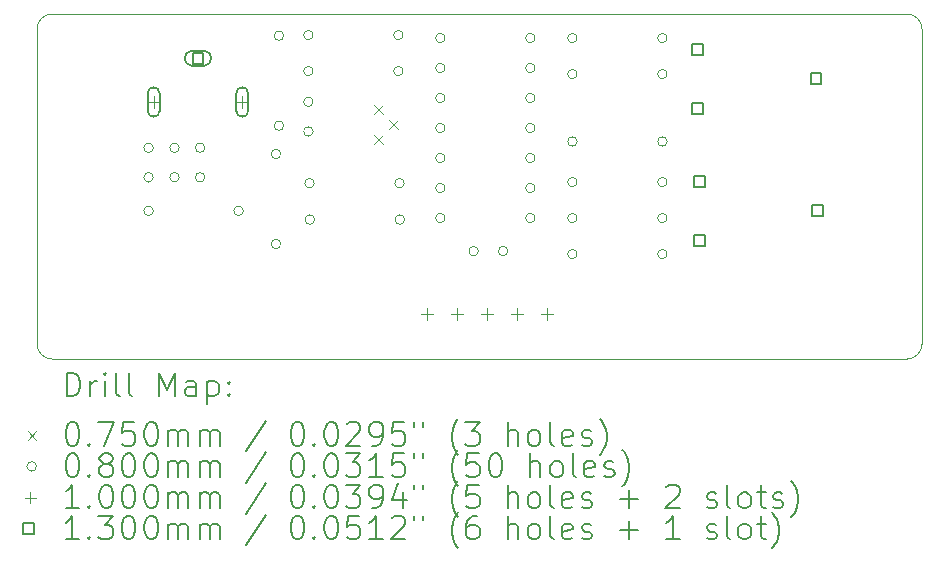
<source format=gbr>
%TF.GenerationSoftware,KiCad,Pcbnew,(6.0.10)*%
%TF.CreationDate,2023-02-28T00:07:08+13:00*%
%TF.ProjectId,video,76696465-6f2e-46b6-9963-61645f706362,rev?*%
%TF.SameCoordinates,Original*%
%TF.FileFunction,Drillmap*%
%TF.FilePolarity,Positive*%
%FSLAX45Y45*%
G04 Gerber Fmt 4.5, Leading zero omitted, Abs format (unit mm)*
G04 Created by KiCad (PCBNEW (6.0.10)) date 2023-02-28 00:07:08*
%MOMM*%
%LPD*%
G01*
G04 APERTURE LIST*
%ADD10C,0.100000*%
%ADD11C,0.200000*%
%ADD12C,0.075000*%
%ADD13C,0.080000*%
%ADD14C,0.130000*%
G04 APERTURE END LIST*
D10*
X4699000Y-10922000D02*
G75*
G03*
X4826000Y-11049000I127000J0D01*
G01*
X4826000Y-8128000D02*
G75*
G03*
X4699000Y-8255000I0J-127000D01*
G01*
X12192000Y-8255000D02*
X12192000Y-10922000D01*
X12192000Y-8255000D02*
G75*
G03*
X12065000Y-8128000I-127000J0D01*
G01*
X12065000Y-11049000D02*
G75*
G03*
X12192000Y-10922000I0J127000D01*
G01*
X4826000Y-8128000D02*
X12065000Y-8128000D01*
X4699000Y-10922000D02*
X4699000Y-8255000D01*
X12065000Y-11049000D02*
X4826000Y-11049000D01*
D11*
D12*
X7554280Y-8900800D02*
X7629280Y-8975800D01*
X7629280Y-8900800D02*
X7554280Y-8975800D01*
X7554280Y-9154800D02*
X7629280Y-9229800D01*
X7629280Y-9154800D02*
X7554280Y-9229800D01*
X7681280Y-9028800D02*
X7756280Y-9103800D01*
X7756280Y-9028800D02*
X7681280Y-9103800D01*
D13*
X5683880Y-9260840D02*
G75*
G03*
X5683880Y-9260840I-40000J0D01*
G01*
X5683880Y-9510840D02*
G75*
G03*
X5683880Y-9510840I-40000J0D01*
G01*
X5683880Y-9794240D02*
G75*
G03*
X5683880Y-9794240I-40000J0D01*
G01*
X5903680Y-9260140D02*
G75*
G03*
X5903680Y-9260140I-40000J0D01*
G01*
X5903680Y-9510140D02*
G75*
G03*
X5903680Y-9510140I-40000J0D01*
G01*
X6119580Y-9260140D02*
G75*
G03*
X6119580Y-9260140I-40000J0D01*
G01*
X6119580Y-9510140D02*
G75*
G03*
X6119580Y-9510140I-40000J0D01*
G01*
X6445880Y-9794240D02*
G75*
G03*
X6445880Y-9794240I-40000J0D01*
G01*
X6762380Y-9312140D02*
G75*
G03*
X6762380Y-9312140I-40000J0D01*
G01*
X6762380Y-10074140D02*
G75*
G03*
X6762380Y-10074140I-40000J0D01*
G01*
X6787780Y-8311380D02*
G75*
G03*
X6787780Y-8311380I-40000J0D01*
G01*
X6787780Y-9073380D02*
G75*
G03*
X6787780Y-9073380I-40000J0D01*
G01*
X7036700Y-8306300D02*
G75*
G03*
X7036700Y-8306300I-40000J0D01*
G01*
X7036700Y-8611100D02*
G75*
G03*
X7036700Y-8611100I-40000J0D01*
G01*
X7036700Y-8872180D02*
G75*
G03*
X7036700Y-8872180I-40000J0D01*
G01*
X7036700Y-9122180D02*
G75*
G03*
X7036700Y-9122180I-40000J0D01*
G01*
X7046860Y-9561060D02*
G75*
G03*
X7046860Y-9561060I-40000J0D01*
G01*
X7049400Y-9868400D02*
G75*
G03*
X7049400Y-9868400I-40000J0D01*
G01*
X7798700Y-8306300D02*
G75*
G03*
X7798700Y-8306300I-40000J0D01*
G01*
X7798700Y-8611100D02*
G75*
G03*
X7798700Y-8611100I-40000J0D01*
G01*
X7808860Y-9561060D02*
G75*
G03*
X7808860Y-9561060I-40000J0D01*
G01*
X7811400Y-9868400D02*
G75*
G03*
X7811400Y-9868400I-40000J0D01*
G01*
X8155300Y-8331200D02*
G75*
G03*
X8155300Y-8331200I-40000J0D01*
G01*
X8155300Y-8585200D02*
G75*
G03*
X8155300Y-8585200I-40000J0D01*
G01*
X8155300Y-8839200D02*
G75*
G03*
X8155300Y-8839200I-40000J0D01*
G01*
X8155300Y-9093200D02*
G75*
G03*
X8155300Y-9093200I-40000J0D01*
G01*
X8155300Y-9347200D02*
G75*
G03*
X8155300Y-9347200I-40000J0D01*
G01*
X8155300Y-9601200D02*
G75*
G03*
X8155300Y-9601200I-40000J0D01*
G01*
X8155300Y-9855200D02*
G75*
G03*
X8155300Y-9855200I-40000J0D01*
G01*
X8435700Y-10135100D02*
G75*
G03*
X8435700Y-10135100I-40000J0D01*
G01*
X8685700Y-10135100D02*
G75*
G03*
X8685700Y-10135100I-40000J0D01*
G01*
X8917300Y-8331200D02*
G75*
G03*
X8917300Y-8331200I-40000J0D01*
G01*
X8917300Y-8585200D02*
G75*
G03*
X8917300Y-8585200I-40000J0D01*
G01*
X8917300Y-8839200D02*
G75*
G03*
X8917300Y-8839200I-40000J0D01*
G01*
X8917300Y-9093200D02*
G75*
G03*
X8917300Y-9093200I-40000J0D01*
G01*
X8917300Y-9347200D02*
G75*
G03*
X8917300Y-9347200I-40000J0D01*
G01*
X8917300Y-9601200D02*
G75*
G03*
X8917300Y-9601200I-40000J0D01*
G01*
X8917300Y-9855200D02*
G75*
G03*
X8917300Y-9855200I-40000J0D01*
G01*
X9271900Y-8331700D02*
G75*
G03*
X9271900Y-8331700I-40000J0D01*
G01*
X9271900Y-8636500D02*
G75*
G03*
X9271900Y-8636500I-40000J0D01*
G01*
X9271900Y-9208000D02*
G75*
G03*
X9271900Y-9208000I-40000J0D01*
G01*
X9271900Y-9550900D02*
G75*
G03*
X9271900Y-9550900I-40000J0D01*
G01*
X9271900Y-9855700D02*
G75*
G03*
X9271900Y-9855700I-40000J0D01*
G01*
X9271900Y-10160500D02*
G75*
G03*
X9271900Y-10160500I-40000J0D01*
G01*
X10033900Y-8331700D02*
G75*
G03*
X10033900Y-8331700I-40000J0D01*
G01*
X10033900Y-8636500D02*
G75*
G03*
X10033900Y-8636500I-40000J0D01*
G01*
X10033900Y-9208000D02*
G75*
G03*
X10033900Y-9208000I-40000J0D01*
G01*
X10033900Y-9550900D02*
G75*
G03*
X10033900Y-9550900I-40000J0D01*
G01*
X10033900Y-9855700D02*
G75*
G03*
X10033900Y-9855700I-40000J0D01*
G01*
X10033900Y-10160500D02*
G75*
G03*
X10033900Y-10160500I-40000J0D01*
G01*
D10*
X5687250Y-8823000D02*
X5687250Y-8923000D01*
X5637250Y-8873000D02*
X5737250Y-8873000D01*
D11*
X5737250Y-8948000D02*
X5737250Y-8798000D01*
X5637250Y-8948000D02*
X5637250Y-8798000D01*
X5737250Y-8798000D02*
G75*
G03*
X5637250Y-8798000I-50000J0D01*
G01*
X5637250Y-8948000D02*
G75*
G03*
X5737250Y-8948000I50000J0D01*
G01*
D10*
X6437250Y-8823000D02*
X6437250Y-8923000D01*
X6387250Y-8873000D02*
X6487250Y-8873000D01*
D11*
X6487250Y-8948000D02*
X6487250Y-8798000D01*
X6387250Y-8948000D02*
X6387250Y-8798000D01*
X6487250Y-8798000D02*
G75*
G03*
X6387250Y-8798000I-50000J0D01*
G01*
X6387250Y-8948000D02*
G75*
G03*
X6487250Y-8948000I50000J0D01*
G01*
D10*
X8001000Y-10618000D02*
X8001000Y-10718000D01*
X7951000Y-10668000D02*
X8051000Y-10668000D01*
X8255000Y-10618000D02*
X8255000Y-10718000D01*
X8205000Y-10668000D02*
X8305000Y-10668000D01*
X8509000Y-10618000D02*
X8509000Y-10718000D01*
X8459000Y-10668000D02*
X8559000Y-10668000D01*
X8763000Y-10618000D02*
X8763000Y-10718000D01*
X8713000Y-10668000D02*
X8813000Y-10668000D01*
X9017000Y-10618000D02*
X9017000Y-10718000D01*
X8967000Y-10668000D02*
X9067000Y-10668000D01*
D14*
X6108212Y-8548962D02*
X6108212Y-8457038D01*
X6016288Y-8457038D01*
X6016288Y-8548962D01*
X6108212Y-8548962D01*
D11*
X6109750Y-8438000D02*
X6014750Y-8438000D01*
X6109750Y-8568000D02*
X6014750Y-8568000D01*
X6014750Y-8438000D02*
G75*
G03*
X6014750Y-8568000I0J-65000D01*
G01*
X6109750Y-8568000D02*
G75*
G03*
X6109750Y-8438000I0J65000D01*
G01*
D14*
X10340962Y-8472362D02*
X10340962Y-8380438D01*
X10249038Y-8380438D01*
X10249038Y-8472362D01*
X10340962Y-8472362D01*
X10340962Y-8972362D02*
X10340962Y-8880438D01*
X10249038Y-8880438D01*
X10249038Y-8972362D01*
X10340962Y-8972362D01*
X10353662Y-9589962D02*
X10353662Y-9498038D01*
X10261738Y-9498038D01*
X10261738Y-9589962D01*
X10353662Y-9589962D01*
X10353662Y-10089962D02*
X10353662Y-9998038D01*
X10261738Y-9998038D01*
X10261738Y-10089962D01*
X10353662Y-10089962D01*
X11340962Y-8722362D02*
X11340962Y-8630438D01*
X11249038Y-8630438D01*
X11249038Y-8722362D01*
X11340962Y-8722362D01*
X11353662Y-9839962D02*
X11353662Y-9748038D01*
X11261738Y-9748038D01*
X11261738Y-9839962D01*
X11353662Y-9839962D01*
D11*
X4951619Y-11364476D02*
X4951619Y-11164476D01*
X4999238Y-11164476D01*
X5027810Y-11174000D01*
X5046857Y-11193048D01*
X5056381Y-11212095D01*
X5065905Y-11250190D01*
X5065905Y-11278762D01*
X5056381Y-11316857D01*
X5046857Y-11335905D01*
X5027810Y-11354952D01*
X4999238Y-11364476D01*
X4951619Y-11364476D01*
X5151619Y-11364476D02*
X5151619Y-11231143D01*
X5151619Y-11269238D02*
X5161143Y-11250190D01*
X5170667Y-11240667D01*
X5189714Y-11231143D01*
X5208762Y-11231143D01*
X5275429Y-11364476D02*
X5275429Y-11231143D01*
X5275429Y-11164476D02*
X5265905Y-11174000D01*
X5275429Y-11183524D01*
X5284952Y-11174000D01*
X5275429Y-11164476D01*
X5275429Y-11183524D01*
X5399238Y-11364476D02*
X5380190Y-11354952D01*
X5370667Y-11335905D01*
X5370667Y-11164476D01*
X5504000Y-11364476D02*
X5484952Y-11354952D01*
X5475429Y-11335905D01*
X5475429Y-11164476D01*
X5732571Y-11364476D02*
X5732571Y-11164476D01*
X5799238Y-11307333D01*
X5865905Y-11164476D01*
X5865905Y-11364476D01*
X6046857Y-11364476D02*
X6046857Y-11259714D01*
X6037333Y-11240667D01*
X6018286Y-11231143D01*
X5980190Y-11231143D01*
X5961143Y-11240667D01*
X6046857Y-11354952D02*
X6027809Y-11364476D01*
X5980190Y-11364476D01*
X5961143Y-11354952D01*
X5951619Y-11335905D01*
X5951619Y-11316857D01*
X5961143Y-11297809D01*
X5980190Y-11288286D01*
X6027809Y-11288286D01*
X6046857Y-11278762D01*
X6142095Y-11231143D02*
X6142095Y-11431143D01*
X6142095Y-11240667D02*
X6161143Y-11231143D01*
X6199238Y-11231143D01*
X6218286Y-11240667D01*
X6227809Y-11250190D01*
X6237333Y-11269238D01*
X6237333Y-11326381D01*
X6227809Y-11345428D01*
X6218286Y-11354952D01*
X6199238Y-11364476D01*
X6161143Y-11364476D01*
X6142095Y-11354952D01*
X6323048Y-11345428D02*
X6332571Y-11354952D01*
X6323048Y-11364476D01*
X6313524Y-11354952D01*
X6323048Y-11345428D01*
X6323048Y-11364476D01*
X6323048Y-11240667D02*
X6332571Y-11250190D01*
X6323048Y-11259714D01*
X6313524Y-11250190D01*
X6323048Y-11240667D01*
X6323048Y-11259714D01*
D12*
X4619000Y-11656500D02*
X4694000Y-11731500D01*
X4694000Y-11656500D02*
X4619000Y-11731500D01*
D11*
X4989714Y-11584476D02*
X5008762Y-11584476D01*
X5027810Y-11594000D01*
X5037333Y-11603524D01*
X5046857Y-11622571D01*
X5056381Y-11660667D01*
X5056381Y-11708286D01*
X5046857Y-11746381D01*
X5037333Y-11765428D01*
X5027810Y-11774952D01*
X5008762Y-11784476D01*
X4989714Y-11784476D01*
X4970667Y-11774952D01*
X4961143Y-11765428D01*
X4951619Y-11746381D01*
X4942095Y-11708286D01*
X4942095Y-11660667D01*
X4951619Y-11622571D01*
X4961143Y-11603524D01*
X4970667Y-11594000D01*
X4989714Y-11584476D01*
X5142095Y-11765428D02*
X5151619Y-11774952D01*
X5142095Y-11784476D01*
X5132571Y-11774952D01*
X5142095Y-11765428D01*
X5142095Y-11784476D01*
X5218286Y-11584476D02*
X5351619Y-11584476D01*
X5265905Y-11784476D01*
X5523048Y-11584476D02*
X5427810Y-11584476D01*
X5418286Y-11679714D01*
X5427810Y-11670190D01*
X5446857Y-11660667D01*
X5494476Y-11660667D01*
X5513524Y-11670190D01*
X5523048Y-11679714D01*
X5532571Y-11698762D01*
X5532571Y-11746381D01*
X5523048Y-11765428D01*
X5513524Y-11774952D01*
X5494476Y-11784476D01*
X5446857Y-11784476D01*
X5427810Y-11774952D01*
X5418286Y-11765428D01*
X5656381Y-11584476D02*
X5675428Y-11584476D01*
X5694476Y-11594000D01*
X5704000Y-11603524D01*
X5713524Y-11622571D01*
X5723048Y-11660667D01*
X5723048Y-11708286D01*
X5713524Y-11746381D01*
X5704000Y-11765428D01*
X5694476Y-11774952D01*
X5675428Y-11784476D01*
X5656381Y-11784476D01*
X5637333Y-11774952D01*
X5627809Y-11765428D01*
X5618286Y-11746381D01*
X5608762Y-11708286D01*
X5608762Y-11660667D01*
X5618286Y-11622571D01*
X5627809Y-11603524D01*
X5637333Y-11594000D01*
X5656381Y-11584476D01*
X5808762Y-11784476D02*
X5808762Y-11651143D01*
X5808762Y-11670190D02*
X5818286Y-11660667D01*
X5837333Y-11651143D01*
X5865905Y-11651143D01*
X5884952Y-11660667D01*
X5894476Y-11679714D01*
X5894476Y-11784476D01*
X5894476Y-11679714D02*
X5904000Y-11660667D01*
X5923048Y-11651143D01*
X5951619Y-11651143D01*
X5970667Y-11660667D01*
X5980190Y-11679714D01*
X5980190Y-11784476D01*
X6075428Y-11784476D02*
X6075428Y-11651143D01*
X6075428Y-11670190D02*
X6084952Y-11660667D01*
X6104000Y-11651143D01*
X6132571Y-11651143D01*
X6151619Y-11660667D01*
X6161143Y-11679714D01*
X6161143Y-11784476D01*
X6161143Y-11679714D02*
X6170667Y-11660667D01*
X6189714Y-11651143D01*
X6218286Y-11651143D01*
X6237333Y-11660667D01*
X6246857Y-11679714D01*
X6246857Y-11784476D01*
X6637333Y-11574952D02*
X6465905Y-11832095D01*
X6894476Y-11584476D02*
X6913524Y-11584476D01*
X6932571Y-11594000D01*
X6942095Y-11603524D01*
X6951619Y-11622571D01*
X6961143Y-11660667D01*
X6961143Y-11708286D01*
X6951619Y-11746381D01*
X6942095Y-11765428D01*
X6932571Y-11774952D01*
X6913524Y-11784476D01*
X6894476Y-11784476D01*
X6875428Y-11774952D01*
X6865905Y-11765428D01*
X6856381Y-11746381D01*
X6846857Y-11708286D01*
X6846857Y-11660667D01*
X6856381Y-11622571D01*
X6865905Y-11603524D01*
X6875428Y-11594000D01*
X6894476Y-11584476D01*
X7046857Y-11765428D02*
X7056381Y-11774952D01*
X7046857Y-11784476D01*
X7037333Y-11774952D01*
X7046857Y-11765428D01*
X7046857Y-11784476D01*
X7180190Y-11584476D02*
X7199238Y-11584476D01*
X7218286Y-11594000D01*
X7227809Y-11603524D01*
X7237333Y-11622571D01*
X7246857Y-11660667D01*
X7246857Y-11708286D01*
X7237333Y-11746381D01*
X7227809Y-11765428D01*
X7218286Y-11774952D01*
X7199238Y-11784476D01*
X7180190Y-11784476D01*
X7161143Y-11774952D01*
X7151619Y-11765428D01*
X7142095Y-11746381D01*
X7132571Y-11708286D01*
X7132571Y-11660667D01*
X7142095Y-11622571D01*
X7151619Y-11603524D01*
X7161143Y-11594000D01*
X7180190Y-11584476D01*
X7323048Y-11603524D02*
X7332571Y-11594000D01*
X7351619Y-11584476D01*
X7399238Y-11584476D01*
X7418286Y-11594000D01*
X7427809Y-11603524D01*
X7437333Y-11622571D01*
X7437333Y-11641619D01*
X7427809Y-11670190D01*
X7313524Y-11784476D01*
X7437333Y-11784476D01*
X7532571Y-11784476D02*
X7570667Y-11784476D01*
X7589714Y-11774952D01*
X7599238Y-11765428D01*
X7618286Y-11736857D01*
X7627809Y-11698762D01*
X7627809Y-11622571D01*
X7618286Y-11603524D01*
X7608762Y-11594000D01*
X7589714Y-11584476D01*
X7551619Y-11584476D01*
X7532571Y-11594000D01*
X7523048Y-11603524D01*
X7513524Y-11622571D01*
X7513524Y-11670190D01*
X7523048Y-11689238D01*
X7532571Y-11698762D01*
X7551619Y-11708286D01*
X7589714Y-11708286D01*
X7608762Y-11698762D01*
X7618286Y-11689238D01*
X7627809Y-11670190D01*
X7808762Y-11584476D02*
X7713524Y-11584476D01*
X7704000Y-11679714D01*
X7713524Y-11670190D01*
X7732571Y-11660667D01*
X7780190Y-11660667D01*
X7799238Y-11670190D01*
X7808762Y-11679714D01*
X7818286Y-11698762D01*
X7818286Y-11746381D01*
X7808762Y-11765428D01*
X7799238Y-11774952D01*
X7780190Y-11784476D01*
X7732571Y-11784476D01*
X7713524Y-11774952D01*
X7704000Y-11765428D01*
X7894476Y-11584476D02*
X7894476Y-11622571D01*
X7970667Y-11584476D02*
X7970667Y-11622571D01*
X8265905Y-11860667D02*
X8256381Y-11851143D01*
X8237333Y-11822571D01*
X8227809Y-11803524D01*
X8218286Y-11774952D01*
X8208762Y-11727333D01*
X8208762Y-11689238D01*
X8218286Y-11641619D01*
X8227809Y-11613048D01*
X8237333Y-11594000D01*
X8256381Y-11565428D01*
X8265905Y-11555905D01*
X8323048Y-11584476D02*
X8446857Y-11584476D01*
X8380190Y-11660667D01*
X8408762Y-11660667D01*
X8427810Y-11670190D01*
X8437333Y-11679714D01*
X8446857Y-11698762D01*
X8446857Y-11746381D01*
X8437333Y-11765428D01*
X8427810Y-11774952D01*
X8408762Y-11784476D01*
X8351619Y-11784476D01*
X8332571Y-11774952D01*
X8323048Y-11765428D01*
X8684952Y-11784476D02*
X8684952Y-11584476D01*
X8770667Y-11784476D02*
X8770667Y-11679714D01*
X8761143Y-11660667D01*
X8742095Y-11651143D01*
X8713524Y-11651143D01*
X8694476Y-11660667D01*
X8684952Y-11670190D01*
X8894476Y-11784476D02*
X8875429Y-11774952D01*
X8865905Y-11765428D01*
X8856381Y-11746381D01*
X8856381Y-11689238D01*
X8865905Y-11670190D01*
X8875429Y-11660667D01*
X8894476Y-11651143D01*
X8923048Y-11651143D01*
X8942095Y-11660667D01*
X8951619Y-11670190D01*
X8961143Y-11689238D01*
X8961143Y-11746381D01*
X8951619Y-11765428D01*
X8942095Y-11774952D01*
X8923048Y-11784476D01*
X8894476Y-11784476D01*
X9075429Y-11784476D02*
X9056381Y-11774952D01*
X9046857Y-11755905D01*
X9046857Y-11584476D01*
X9227810Y-11774952D02*
X9208762Y-11784476D01*
X9170667Y-11784476D01*
X9151619Y-11774952D01*
X9142095Y-11755905D01*
X9142095Y-11679714D01*
X9151619Y-11660667D01*
X9170667Y-11651143D01*
X9208762Y-11651143D01*
X9227810Y-11660667D01*
X9237333Y-11679714D01*
X9237333Y-11698762D01*
X9142095Y-11717809D01*
X9313524Y-11774952D02*
X9332571Y-11784476D01*
X9370667Y-11784476D01*
X9389714Y-11774952D01*
X9399238Y-11755905D01*
X9399238Y-11746381D01*
X9389714Y-11727333D01*
X9370667Y-11717809D01*
X9342095Y-11717809D01*
X9323048Y-11708286D01*
X9313524Y-11689238D01*
X9313524Y-11679714D01*
X9323048Y-11660667D01*
X9342095Y-11651143D01*
X9370667Y-11651143D01*
X9389714Y-11660667D01*
X9465905Y-11860667D02*
X9475429Y-11851143D01*
X9494476Y-11822571D01*
X9504000Y-11803524D01*
X9513524Y-11774952D01*
X9523048Y-11727333D01*
X9523048Y-11689238D01*
X9513524Y-11641619D01*
X9504000Y-11613048D01*
X9494476Y-11594000D01*
X9475429Y-11565428D01*
X9465905Y-11555905D01*
D13*
X4694000Y-11958000D02*
G75*
G03*
X4694000Y-11958000I-40000J0D01*
G01*
D11*
X4989714Y-11848476D02*
X5008762Y-11848476D01*
X5027810Y-11858000D01*
X5037333Y-11867524D01*
X5046857Y-11886571D01*
X5056381Y-11924667D01*
X5056381Y-11972286D01*
X5046857Y-12010381D01*
X5037333Y-12029428D01*
X5027810Y-12038952D01*
X5008762Y-12048476D01*
X4989714Y-12048476D01*
X4970667Y-12038952D01*
X4961143Y-12029428D01*
X4951619Y-12010381D01*
X4942095Y-11972286D01*
X4942095Y-11924667D01*
X4951619Y-11886571D01*
X4961143Y-11867524D01*
X4970667Y-11858000D01*
X4989714Y-11848476D01*
X5142095Y-12029428D02*
X5151619Y-12038952D01*
X5142095Y-12048476D01*
X5132571Y-12038952D01*
X5142095Y-12029428D01*
X5142095Y-12048476D01*
X5265905Y-11934190D02*
X5246857Y-11924667D01*
X5237333Y-11915143D01*
X5227810Y-11896095D01*
X5227810Y-11886571D01*
X5237333Y-11867524D01*
X5246857Y-11858000D01*
X5265905Y-11848476D01*
X5304000Y-11848476D01*
X5323048Y-11858000D01*
X5332571Y-11867524D01*
X5342095Y-11886571D01*
X5342095Y-11896095D01*
X5332571Y-11915143D01*
X5323048Y-11924667D01*
X5304000Y-11934190D01*
X5265905Y-11934190D01*
X5246857Y-11943714D01*
X5237333Y-11953238D01*
X5227810Y-11972286D01*
X5227810Y-12010381D01*
X5237333Y-12029428D01*
X5246857Y-12038952D01*
X5265905Y-12048476D01*
X5304000Y-12048476D01*
X5323048Y-12038952D01*
X5332571Y-12029428D01*
X5342095Y-12010381D01*
X5342095Y-11972286D01*
X5332571Y-11953238D01*
X5323048Y-11943714D01*
X5304000Y-11934190D01*
X5465905Y-11848476D02*
X5484952Y-11848476D01*
X5504000Y-11858000D01*
X5513524Y-11867524D01*
X5523048Y-11886571D01*
X5532571Y-11924667D01*
X5532571Y-11972286D01*
X5523048Y-12010381D01*
X5513524Y-12029428D01*
X5504000Y-12038952D01*
X5484952Y-12048476D01*
X5465905Y-12048476D01*
X5446857Y-12038952D01*
X5437333Y-12029428D01*
X5427810Y-12010381D01*
X5418286Y-11972286D01*
X5418286Y-11924667D01*
X5427810Y-11886571D01*
X5437333Y-11867524D01*
X5446857Y-11858000D01*
X5465905Y-11848476D01*
X5656381Y-11848476D02*
X5675428Y-11848476D01*
X5694476Y-11858000D01*
X5704000Y-11867524D01*
X5713524Y-11886571D01*
X5723048Y-11924667D01*
X5723048Y-11972286D01*
X5713524Y-12010381D01*
X5704000Y-12029428D01*
X5694476Y-12038952D01*
X5675428Y-12048476D01*
X5656381Y-12048476D01*
X5637333Y-12038952D01*
X5627809Y-12029428D01*
X5618286Y-12010381D01*
X5608762Y-11972286D01*
X5608762Y-11924667D01*
X5618286Y-11886571D01*
X5627809Y-11867524D01*
X5637333Y-11858000D01*
X5656381Y-11848476D01*
X5808762Y-12048476D02*
X5808762Y-11915143D01*
X5808762Y-11934190D02*
X5818286Y-11924667D01*
X5837333Y-11915143D01*
X5865905Y-11915143D01*
X5884952Y-11924667D01*
X5894476Y-11943714D01*
X5894476Y-12048476D01*
X5894476Y-11943714D02*
X5904000Y-11924667D01*
X5923048Y-11915143D01*
X5951619Y-11915143D01*
X5970667Y-11924667D01*
X5980190Y-11943714D01*
X5980190Y-12048476D01*
X6075428Y-12048476D02*
X6075428Y-11915143D01*
X6075428Y-11934190D02*
X6084952Y-11924667D01*
X6104000Y-11915143D01*
X6132571Y-11915143D01*
X6151619Y-11924667D01*
X6161143Y-11943714D01*
X6161143Y-12048476D01*
X6161143Y-11943714D02*
X6170667Y-11924667D01*
X6189714Y-11915143D01*
X6218286Y-11915143D01*
X6237333Y-11924667D01*
X6246857Y-11943714D01*
X6246857Y-12048476D01*
X6637333Y-11838952D02*
X6465905Y-12096095D01*
X6894476Y-11848476D02*
X6913524Y-11848476D01*
X6932571Y-11858000D01*
X6942095Y-11867524D01*
X6951619Y-11886571D01*
X6961143Y-11924667D01*
X6961143Y-11972286D01*
X6951619Y-12010381D01*
X6942095Y-12029428D01*
X6932571Y-12038952D01*
X6913524Y-12048476D01*
X6894476Y-12048476D01*
X6875428Y-12038952D01*
X6865905Y-12029428D01*
X6856381Y-12010381D01*
X6846857Y-11972286D01*
X6846857Y-11924667D01*
X6856381Y-11886571D01*
X6865905Y-11867524D01*
X6875428Y-11858000D01*
X6894476Y-11848476D01*
X7046857Y-12029428D02*
X7056381Y-12038952D01*
X7046857Y-12048476D01*
X7037333Y-12038952D01*
X7046857Y-12029428D01*
X7046857Y-12048476D01*
X7180190Y-11848476D02*
X7199238Y-11848476D01*
X7218286Y-11858000D01*
X7227809Y-11867524D01*
X7237333Y-11886571D01*
X7246857Y-11924667D01*
X7246857Y-11972286D01*
X7237333Y-12010381D01*
X7227809Y-12029428D01*
X7218286Y-12038952D01*
X7199238Y-12048476D01*
X7180190Y-12048476D01*
X7161143Y-12038952D01*
X7151619Y-12029428D01*
X7142095Y-12010381D01*
X7132571Y-11972286D01*
X7132571Y-11924667D01*
X7142095Y-11886571D01*
X7151619Y-11867524D01*
X7161143Y-11858000D01*
X7180190Y-11848476D01*
X7313524Y-11848476D02*
X7437333Y-11848476D01*
X7370667Y-11924667D01*
X7399238Y-11924667D01*
X7418286Y-11934190D01*
X7427809Y-11943714D01*
X7437333Y-11962762D01*
X7437333Y-12010381D01*
X7427809Y-12029428D01*
X7418286Y-12038952D01*
X7399238Y-12048476D01*
X7342095Y-12048476D01*
X7323048Y-12038952D01*
X7313524Y-12029428D01*
X7627809Y-12048476D02*
X7513524Y-12048476D01*
X7570667Y-12048476D02*
X7570667Y-11848476D01*
X7551619Y-11877048D01*
X7532571Y-11896095D01*
X7513524Y-11905619D01*
X7808762Y-11848476D02*
X7713524Y-11848476D01*
X7704000Y-11943714D01*
X7713524Y-11934190D01*
X7732571Y-11924667D01*
X7780190Y-11924667D01*
X7799238Y-11934190D01*
X7808762Y-11943714D01*
X7818286Y-11962762D01*
X7818286Y-12010381D01*
X7808762Y-12029428D01*
X7799238Y-12038952D01*
X7780190Y-12048476D01*
X7732571Y-12048476D01*
X7713524Y-12038952D01*
X7704000Y-12029428D01*
X7894476Y-11848476D02*
X7894476Y-11886571D01*
X7970667Y-11848476D02*
X7970667Y-11886571D01*
X8265905Y-12124667D02*
X8256381Y-12115143D01*
X8237333Y-12086571D01*
X8227809Y-12067524D01*
X8218286Y-12038952D01*
X8208762Y-11991333D01*
X8208762Y-11953238D01*
X8218286Y-11905619D01*
X8227809Y-11877048D01*
X8237333Y-11858000D01*
X8256381Y-11829428D01*
X8265905Y-11819905D01*
X8437333Y-11848476D02*
X8342095Y-11848476D01*
X8332571Y-11943714D01*
X8342095Y-11934190D01*
X8361143Y-11924667D01*
X8408762Y-11924667D01*
X8427810Y-11934190D01*
X8437333Y-11943714D01*
X8446857Y-11962762D01*
X8446857Y-12010381D01*
X8437333Y-12029428D01*
X8427810Y-12038952D01*
X8408762Y-12048476D01*
X8361143Y-12048476D01*
X8342095Y-12038952D01*
X8332571Y-12029428D01*
X8570667Y-11848476D02*
X8589714Y-11848476D01*
X8608762Y-11858000D01*
X8618286Y-11867524D01*
X8627810Y-11886571D01*
X8637333Y-11924667D01*
X8637333Y-11972286D01*
X8627810Y-12010381D01*
X8618286Y-12029428D01*
X8608762Y-12038952D01*
X8589714Y-12048476D01*
X8570667Y-12048476D01*
X8551619Y-12038952D01*
X8542095Y-12029428D01*
X8532571Y-12010381D01*
X8523048Y-11972286D01*
X8523048Y-11924667D01*
X8532571Y-11886571D01*
X8542095Y-11867524D01*
X8551619Y-11858000D01*
X8570667Y-11848476D01*
X8875429Y-12048476D02*
X8875429Y-11848476D01*
X8961143Y-12048476D02*
X8961143Y-11943714D01*
X8951619Y-11924667D01*
X8932571Y-11915143D01*
X8904000Y-11915143D01*
X8884952Y-11924667D01*
X8875429Y-11934190D01*
X9084952Y-12048476D02*
X9065905Y-12038952D01*
X9056381Y-12029428D01*
X9046857Y-12010381D01*
X9046857Y-11953238D01*
X9056381Y-11934190D01*
X9065905Y-11924667D01*
X9084952Y-11915143D01*
X9113524Y-11915143D01*
X9132571Y-11924667D01*
X9142095Y-11934190D01*
X9151619Y-11953238D01*
X9151619Y-12010381D01*
X9142095Y-12029428D01*
X9132571Y-12038952D01*
X9113524Y-12048476D01*
X9084952Y-12048476D01*
X9265905Y-12048476D02*
X9246857Y-12038952D01*
X9237333Y-12019905D01*
X9237333Y-11848476D01*
X9418286Y-12038952D02*
X9399238Y-12048476D01*
X9361143Y-12048476D01*
X9342095Y-12038952D01*
X9332571Y-12019905D01*
X9332571Y-11943714D01*
X9342095Y-11924667D01*
X9361143Y-11915143D01*
X9399238Y-11915143D01*
X9418286Y-11924667D01*
X9427810Y-11943714D01*
X9427810Y-11962762D01*
X9332571Y-11981809D01*
X9504000Y-12038952D02*
X9523048Y-12048476D01*
X9561143Y-12048476D01*
X9580190Y-12038952D01*
X9589714Y-12019905D01*
X9589714Y-12010381D01*
X9580190Y-11991333D01*
X9561143Y-11981809D01*
X9532571Y-11981809D01*
X9513524Y-11972286D01*
X9504000Y-11953238D01*
X9504000Y-11943714D01*
X9513524Y-11924667D01*
X9532571Y-11915143D01*
X9561143Y-11915143D01*
X9580190Y-11924667D01*
X9656381Y-12124667D02*
X9665905Y-12115143D01*
X9684952Y-12086571D01*
X9694476Y-12067524D01*
X9704000Y-12038952D01*
X9713524Y-11991333D01*
X9713524Y-11953238D01*
X9704000Y-11905619D01*
X9694476Y-11877048D01*
X9684952Y-11858000D01*
X9665905Y-11829428D01*
X9656381Y-11819905D01*
D10*
X4644000Y-12172000D02*
X4644000Y-12272000D01*
X4594000Y-12222000D02*
X4694000Y-12222000D01*
D11*
X5056381Y-12312476D02*
X4942095Y-12312476D01*
X4999238Y-12312476D02*
X4999238Y-12112476D01*
X4980190Y-12141048D01*
X4961143Y-12160095D01*
X4942095Y-12169619D01*
X5142095Y-12293428D02*
X5151619Y-12302952D01*
X5142095Y-12312476D01*
X5132571Y-12302952D01*
X5142095Y-12293428D01*
X5142095Y-12312476D01*
X5275429Y-12112476D02*
X5294476Y-12112476D01*
X5313524Y-12122000D01*
X5323048Y-12131524D01*
X5332571Y-12150571D01*
X5342095Y-12188667D01*
X5342095Y-12236286D01*
X5332571Y-12274381D01*
X5323048Y-12293428D01*
X5313524Y-12302952D01*
X5294476Y-12312476D01*
X5275429Y-12312476D01*
X5256381Y-12302952D01*
X5246857Y-12293428D01*
X5237333Y-12274381D01*
X5227810Y-12236286D01*
X5227810Y-12188667D01*
X5237333Y-12150571D01*
X5246857Y-12131524D01*
X5256381Y-12122000D01*
X5275429Y-12112476D01*
X5465905Y-12112476D02*
X5484952Y-12112476D01*
X5504000Y-12122000D01*
X5513524Y-12131524D01*
X5523048Y-12150571D01*
X5532571Y-12188667D01*
X5532571Y-12236286D01*
X5523048Y-12274381D01*
X5513524Y-12293428D01*
X5504000Y-12302952D01*
X5484952Y-12312476D01*
X5465905Y-12312476D01*
X5446857Y-12302952D01*
X5437333Y-12293428D01*
X5427810Y-12274381D01*
X5418286Y-12236286D01*
X5418286Y-12188667D01*
X5427810Y-12150571D01*
X5437333Y-12131524D01*
X5446857Y-12122000D01*
X5465905Y-12112476D01*
X5656381Y-12112476D02*
X5675428Y-12112476D01*
X5694476Y-12122000D01*
X5704000Y-12131524D01*
X5713524Y-12150571D01*
X5723048Y-12188667D01*
X5723048Y-12236286D01*
X5713524Y-12274381D01*
X5704000Y-12293428D01*
X5694476Y-12302952D01*
X5675428Y-12312476D01*
X5656381Y-12312476D01*
X5637333Y-12302952D01*
X5627809Y-12293428D01*
X5618286Y-12274381D01*
X5608762Y-12236286D01*
X5608762Y-12188667D01*
X5618286Y-12150571D01*
X5627809Y-12131524D01*
X5637333Y-12122000D01*
X5656381Y-12112476D01*
X5808762Y-12312476D02*
X5808762Y-12179143D01*
X5808762Y-12198190D02*
X5818286Y-12188667D01*
X5837333Y-12179143D01*
X5865905Y-12179143D01*
X5884952Y-12188667D01*
X5894476Y-12207714D01*
X5894476Y-12312476D01*
X5894476Y-12207714D02*
X5904000Y-12188667D01*
X5923048Y-12179143D01*
X5951619Y-12179143D01*
X5970667Y-12188667D01*
X5980190Y-12207714D01*
X5980190Y-12312476D01*
X6075428Y-12312476D02*
X6075428Y-12179143D01*
X6075428Y-12198190D02*
X6084952Y-12188667D01*
X6104000Y-12179143D01*
X6132571Y-12179143D01*
X6151619Y-12188667D01*
X6161143Y-12207714D01*
X6161143Y-12312476D01*
X6161143Y-12207714D02*
X6170667Y-12188667D01*
X6189714Y-12179143D01*
X6218286Y-12179143D01*
X6237333Y-12188667D01*
X6246857Y-12207714D01*
X6246857Y-12312476D01*
X6637333Y-12102952D02*
X6465905Y-12360095D01*
X6894476Y-12112476D02*
X6913524Y-12112476D01*
X6932571Y-12122000D01*
X6942095Y-12131524D01*
X6951619Y-12150571D01*
X6961143Y-12188667D01*
X6961143Y-12236286D01*
X6951619Y-12274381D01*
X6942095Y-12293428D01*
X6932571Y-12302952D01*
X6913524Y-12312476D01*
X6894476Y-12312476D01*
X6875428Y-12302952D01*
X6865905Y-12293428D01*
X6856381Y-12274381D01*
X6846857Y-12236286D01*
X6846857Y-12188667D01*
X6856381Y-12150571D01*
X6865905Y-12131524D01*
X6875428Y-12122000D01*
X6894476Y-12112476D01*
X7046857Y-12293428D02*
X7056381Y-12302952D01*
X7046857Y-12312476D01*
X7037333Y-12302952D01*
X7046857Y-12293428D01*
X7046857Y-12312476D01*
X7180190Y-12112476D02*
X7199238Y-12112476D01*
X7218286Y-12122000D01*
X7227809Y-12131524D01*
X7237333Y-12150571D01*
X7246857Y-12188667D01*
X7246857Y-12236286D01*
X7237333Y-12274381D01*
X7227809Y-12293428D01*
X7218286Y-12302952D01*
X7199238Y-12312476D01*
X7180190Y-12312476D01*
X7161143Y-12302952D01*
X7151619Y-12293428D01*
X7142095Y-12274381D01*
X7132571Y-12236286D01*
X7132571Y-12188667D01*
X7142095Y-12150571D01*
X7151619Y-12131524D01*
X7161143Y-12122000D01*
X7180190Y-12112476D01*
X7313524Y-12112476D02*
X7437333Y-12112476D01*
X7370667Y-12188667D01*
X7399238Y-12188667D01*
X7418286Y-12198190D01*
X7427809Y-12207714D01*
X7437333Y-12226762D01*
X7437333Y-12274381D01*
X7427809Y-12293428D01*
X7418286Y-12302952D01*
X7399238Y-12312476D01*
X7342095Y-12312476D01*
X7323048Y-12302952D01*
X7313524Y-12293428D01*
X7532571Y-12312476D02*
X7570667Y-12312476D01*
X7589714Y-12302952D01*
X7599238Y-12293428D01*
X7618286Y-12264857D01*
X7627809Y-12226762D01*
X7627809Y-12150571D01*
X7618286Y-12131524D01*
X7608762Y-12122000D01*
X7589714Y-12112476D01*
X7551619Y-12112476D01*
X7532571Y-12122000D01*
X7523048Y-12131524D01*
X7513524Y-12150571D01*
X7513524Y-12198190D01*
X7523048Y-12217238D01*
X7532571Y-12226762D01*
X7551619Y-12236286D01*
X7589714Y-12236286D01*
X7608762Y-12226762D01*
X7618286Y-12217238D01*
X7627809Y-12198190D01*
X7799238Y-12179143D02*
X7799238Y-12312476D01*
X7751619Y-12102952D02*
X7704000Y-12245809D01*
X7827809Y-12245809D01*
X7894476Y-12112476D02*
X7894476Y-12150571D01*
X7970667Y-12112476D02*
X7970667Y-12150571D01*
X8265905Y-12388667D02*
X8256381Y-12379143D01*
X8237333Y-12350571D01*
X8227809Y-12331524D01*
X8218286Y-12302952D01*
X8208762Y-12255333D01*
X8208762Y-12217238D01*
X8218286Y-12169619D01*
X8227809Y-12141048D01*
X8237333Y-12122000D01*
X8256381Y-12093428D01*
X8265905Y-12083905D01*
X8437333Y-12112476D02*
X8342095Y-12112476D01*
X8332571Y-12207714D01*
X8342095Y-12198190D01*
X8361143Y-12188667D01*
X8408762Y-12188667D01*
X8427810Y-12198190D01*
X8437333Y-12207714D01*
X8446857Y-12226762D01*
X8446857Y-12274381D01*
X8437333Y-12293428D01*
X8427810Y-12302952D01*
X8408762Y-12312476D01*
X8361143Y-12312476D01*
X8342095Y-12302952D01*
X8332571Y-12293428D01*
X8684952Y-12312476D02*
X8684952Y-12112476D01*
X8770667Y-12312476D02*
X8770667Y-12207714D01*
X8761143Y-12188667D01*
X8742095Y-12179143D01*
X8713524Y-12179143D01*
X8694476Y-12188667D01*
X8684952Y-12198190D01*
X8894476Y-12312476D02*
X8875429Y-12302952D01*
X8865905Y-12293428D01*
X8856381Y-12274381D01*
X8856381Y-12217238D01*
X8865905Y-12198190D01*
X8875429Y-12188667D01*
X8894476Y-12179143D01*
X8923048Y-12179143D01*
X8942095Y-12188667D01*
X8951619Y-12198190D01*
X8961143Y-12217238D01*
X8961143Y-12274381D01*
X8951619Y-12293428D01*
X8942095Y-12302952D01*
X8923048Y-12312476D01*
X8894476Y-12312476D01*
X9075429Y-12312476D02*
X9056381Y-12302952D01*
X9046857Y-12283905D01*
X9046857Y-12112476D01*
X9227810Y-12302952D02*
X9208762Y-12312476D01*
X9170667Y-12312476D01*
X9151619Y-12302952D01*
X9142095Y-12283905D01*
X9142095Y-12207714D01*
X9151619Y-12188667D01*
X9170667Y-12179143D01*
X9208762Y-12179143D01*
X9227810Y-12188667D01*
X9237333Y-12207714D01*
X9237333Y-12226762D01*
X9142095Y-12245809D01*
X9313524Y-12302952D02*
X9332571Y-12312476D01*
X9370667Y-12312476D01*
X9389714Y-12302952D01*
X9399238Y-12283905D01*
X9399238Y-12274381D01*
X9389714Y-12255333D01*
X9370667Y-12245809D01*
X9342095Y-12245809D01*
X9323048Y-12236286D01*
X9313524Y-12217238D01*
X9313524Y-12207714D01*
X9323048Y-12188667D01*
X9342095Y-12179143D01*
X9370667Y-12179143D01*
X9389714Y-12188667D01*
X9637333Y-12236286D02*
X9789714Y-12236286D01*
X9713524Y-12312476D02*
X9713524Y-12160095D01*
X10027810Y-12131524D02*
X10037333Y-12122000D01*
X10056381Y-12112476D01*
X10104000Y-12112476D01*
X10123048Y-12122000D01*
X10132571Y-12131524D01*
X10142095Y-12150571D01*
X10142095Y-12169619D01*
X10132571Y-12198190D01*
X10018286Y-12312476D01*
X10142095Y-12312476D01*
X10370667Y-12302952D02*
X10389714Y-12312476D01*
X10427810Y-12312476D01*
X10446857Y-12302952D01*
X10456381Y-12283905D01*
X10456381Y-12274381D01*
X10446857Y-12255333D01*
X10427810Y-12245809D01*
X10399238Y-12245809D01*
X10380190Y-12236286D01*
X10370667Y-12217238D01*
X10370667Y-12207714D01*
X10380190Y-12188667D01*
X10399238Y-12179143D01*
X10427810Y-12179143D01*
X10446857Y-12188667D01*
X10570667Y-12312476D02*
X10551619Y-12302952D01*
X10542095Y-12283905D01*
X10542095Y-12112476D01*
X10675429Y-12312476D02*
X10656381Y-12302952D01*
X10646857Y-12293428D01*
X10637333Y-12274381D01*
X10637333Y-12217238D01*
X10646857Y-12198190D01*
X10656381Y-12188667D01*
X10675429Y-12179143D01*
X10704000Y-12179143D01*
X10723048Y-12188667D01*
X10732571Y-12198190D01*
X10742095Y-12217238D01*
X10742095Y-12274381D01*
X10732571Y-12293428D01*
X10723048Y-12302952D01*
X10704000Y-12312476D01*
X10675429Y-12312476D01*
X10799238Y-12179143D02*
X10875429Y-12179143D01*
X10827810Y-12112476D02*
X10827810Y-12283905D01*
X10837333Y-12302952D01*
X10856381Y-12312476D01*
X10875429Y-12312476D01*
X10932571Y-12302952D02*
X10951619Y-12312476D01*
X10989714Y-12312476D01*
X11008762Y-12302952D01*
X11018286Y-12283905D01*
X11018286Y-12274381D01*
X11008762Y-12255333D01*
X10989714Y-12245809D01*
X10961143Y-12245809D01*
X10942095Y-12236286D01*
X10932571Y-12217238D01*
X10932571Y-12207714D01*
X10942095Y-12188667D01*
X10961143Y-12179143D01*
X10989714Y-12179143D01*
X11008762Y-12188667D01*
X11084952Y-12388667D02*
X11094476Y-12379143D01*
X11113524Y-12350571D01*
X11123048Y-12331524D01*
X11132571Y-12302952D01*
X11142095Y-12255333D01*
X11142095Y-12217238D01*
X11132571Y-12169619D01*
X11123048Y-12141048D01*
X11113524Y-12122000D01*
X11094476Y-12093428D01*
X11084952Y-12083905D01*
D14*
X4674962Y-12531962D02*
X4674962Y-12440038D01*
X4583038Y-12440038D01*
X4583038Y-12531962D01*
X4674962Y-12531962D01*
D11*
X5056381Y-12576476D02*
X4942095Y-12576476D01*
X4999238Y-12576476D02*
X4999238Y-12376476D01*
X4980190Y-12405048D01*
X4961143Y-12424095D01*
X4942095Y-12433619D01*
X5142095Y-12557428D02*
X5151619Y-12566952D01*
X5142095Y-12576476D01*
X5132571Y-12566952D01*
X5142095Y-12557428D01*
X5142095Y-12576476D01*
X5218286Y-12376476D02*
X5342095Y-12376476D01*
X5275429Y-12452667D01*
X5304000Y-12452667D01*
X5323048Y-12462190D01*
X5332571Y-12471714D01*
X5342095Y-12490762D01*
X5342095Y-12538381D01*
X5332571Y-12557428D01*
X5323048Y-12566952D01*
X5304000Y-12576476D01*
X5246857Y-12576476D01*
X5227810Y-12566952D01*
X5218286Y-12557428D01*
X5465905Y-12376476D02*
X5484952Y-12376476D01*
X5504000Y-12386000D01*
X5513524Y-12395524D01*
X5523048Y-12414571D01*
X5532571Y-12452667D01*
X5532571Y-12500286D01*
X5523048Y-12538381D01*
X5513524Y-12557428D01*
X5504000Y-12566952D01*
X5484952Y-12576476D01*
X5465905Y-12576476D01*
X5446857Y-12566952D01*
X5437333Y-12557428D01*
X5427810Y-12538381D01*
X5418286Y-12500286D01*
X5418286Y-12452667D01*
X5427810Y-12414571D01*
X5437333Y-12395524D01*
X5446857Y-12386000D01*
X5465905Y-12376476D01*
X5656381Y-12376476D02*
X5675428Y-12376476D01*
X5694476Y-12386000D01*
X5704000Y-12395524D01*
X5713524Y-12414571D01*
X5723048Y-12452667D01*
X5723048Y-12500286D01*
X5713524Y-12538381D01*
X5704000Y-12557428D01*
X5694476Y-12566952D01*
X5675428Y-12576476D01*
X5656381Y-12576476D01*
X5637333Y-12566952D01*
X5627809Y-12557428D01*
X5618286Y-12538381D01*
X5608762Y-12500286D01*
X5608762Y-12452667D01*
X5618286Y-12414571D01*
X5627809Y-12395524D01*
X5637333Y-12386000D01*
X5656381Y-12376476D01*
X5808762Y-12576476D02*
X5808762Y-12443143D01*
X5808762Y-12462190D02*
X5818286Y-12452667D01*
X5837333Y-12443143D01*
X5865905Y-12443143D01*
X5884952Y-12452667D01*
X5894476Y-12471714D01*
X5894476Y-12576476D01*
X5894476Y-12471714D02*
X5904000Y-12452667D01*
X5923048Y-12443143D01*
X5951619Y-12443143D01*
X5970667Y-12452667D01*
X5980190Y-12471714D01*
X5980190Y-12576476D01*
X6075428Y-12576476D02*
X6075428Y-12443143D01*
X6075428Y-12462190D02*
X6084952Y-12452667D01*
X6104000Y-12443143D01*
X6132571Y-12443143D01*
X6151619Y-12452667D01*
X6161143Y-12471714D01*
X6161143Y-12576476D01*
X6161143Y-12471714D02*
X6170667Y-12452667D01*
X6189714Y-12443143D01*
X6218286Y-12443143D01*
X6237333Y-12452667D01*
X6246857Y-12471714D01*
X6246857Y-12576476D01*
X6637333Y-12366952D02*
X6465905Y-12624095D01*
X6894476Y-12376476D02*
X6913524Y-12376476D01*
X6932571Y-12386000D01*
X6942095Y-12395524D01*
X6951619Y-12414571D01*
X6961143Y-12452667D01*
X6961143Y-12500286D01*
X6951619Y-12538381D01*
X6942095Y-12557428D01*
X6932571Y-12566952D01*
X6913524Y-12576476D01*
X6894476Y-12576476D01*
X6875428Y-12566952D01*
X6865905Y-12557428D01*
X6856381Y-12538381D01*
X6846857Y-12500286D01*
X6846857Y-12452667D01*
X6856381Y-12414571D01*
X6865905Y-12395524D01*
X6875428Y-12386000D01*
X6894476Y-12376476D01*
X7046857Y-12557428D02*
X7056381Y-12566952D01*
X7046857Y-12576476D01*
X7037333Y-12566952D01*
X7046857Y-12557428D01*
X7046857Y-12576476D01*
X7180190Y-12376476D02*
X7199238Y-12376476D01*
X7218286Y-12386000D01*
X7227809Y-12395524D01*
X7237333Y-12414571D01*
X7246857Y-12452667D01*
X7246857Y-12500286D01*
X7237333Y-12538381D01*
X7227809Y-12557428D01*
X7218286Y-12566952D01*
X7199238Y-12576476D01*
X7180190Y-12576476D01*
X7161143Y-12566952D01*
X7151619Y-12557428D01*
X7142095Y-12538381D01*
X7132571Y-12500286D01*
X7132571Y-12452667D01*
X7142095Y-12414571D01*
X7151619Y-12395524D01*
X7161143Y-12386000D01*
X7180190Y-12376476D01*
X7427809Y-12376476D02*
X7332571Y-12376476D01*
X7323048Y-12471714D01*
X7332571Y-12462190D01*
X7351619Y-12452667D01*
X7399238Y-12452667D01*
X7418286Y-12462190D01*
X7427809Y-12471714D01*
X7437333Y-12490762D01*
X7437333Y-12538381D01*
X7427809Y-12557428D01*
X7418286Y-12566952D01*
X7399238Y-12576476D01*
X7351619Y-12576476D01*
X7332571Y-12566952D01*
X7323048Y-12557428D01*
X7627809Y-12576476D02*
X7513524Y-12576476D01*
X7570667Y-12576476D02*
X7570667Y-12376476D01*
X7551619Y-12405048D01*
X7532571Y-12424095D01*
X7513524Y-12433619D01*
X7704000Y-12395524D02*
X7713524Y-12386000D01*
X7732571Y-12376476D01*
X7780190Y-12376476D01*
X7799238Y-12386000D01*
X7808762Y-12395524D01*
X7818286Y-12414571D01*
X7818286Y-12433619D01*
X7808762Y-12462190D01*
X7694476Y-12576476D01*
X7818286Y-12576476D01*
X7894476Y-12376476D02*
X7894476Y-12414571D01*
X7970667Y-12376476D02*
X7970667Y-12414571D01*
X8265905Y-12652667D02*
X8256381Y-12643143D01*
X8237333Y-12614571D01*
X8227809Y-12595524D01*
X8218286Y-12566952D01*
X8208762Y-12519333D01*
X8208762Y-12481238D01*
X8218286Y-12433619D01*
X8227809Y-12405048D01*
X8237333Y-12386000D01*
X8256381Y-12357428D01*
X8265905Y-12347905D01*
X8427810Y-12376476D02*
X8389714Y-12376476D01*
X8370667Y-12386000D01*
X8361143Y-12395524D01*
X8342095Y-12424095D01*
X8332571Y-12462190D01*
X8332571Y-12538381D01*
X8342095Y-12557428D01*
X8351619Y-12566952D01*
X8370667Y-12576476D01*
X8408762Y-12576476D01*
X8427810Y-12566952D01*
X8437333Y-12557428D01*
X8446857Y-12538381D01*
X8446857Y-12490762D01*
X8437333Y-12471714D01*
X8427810Y-12462190D01*
X8408762Y-12452667D01*
X8370667Y-12452667D01*
X8351619Y-12462190D01*
X8342095Y-12471714D01*
X8332571Y-12490762D01*
X8684952Y-12576476D02*
X8684952Y-12376476D01*
X8770667Y-12576476D02*
X8770667Y-12471714D01*
X8761143Y-12452667D01*
X8742095Y-12443143D01*
X8713524Y-12443143D01*
X8694476Y-12452667D01*
X8684952Y-12462190D01*
X8894476Y-12576476D02*
X8875429Y-12566952D01*
X8865905Y-12557428D01*
X8856381Y-12538381D01*
X8856381Y-12481238D01*
X8865905Y-12462190D01*
X8875429Y-12452667D01*
X8894476Y-12443143D01*
X8923048Y-12443143D01*
X8942095Y-12452667D01*
X8951619Y-12462190D01*
X8961143Y-12481238D01*
X8961143Y-12538381D01*
X8951619Y-12557428D01*
X8942095Y-12566952D01*
X8923048Y-12576476D01*
X8894476Y-12576476D01*
X9075429Y-12576476D02*
X9056381Y-12566952D01*
X9046857Y-12547905D01*
X9046857Y-12376476D01*
X9227810Y-12566952D02*
X9208762Y-12576476D01*
X9170667Y-12576476D01*
X9151619Y-12566952D01*
X9142095Y-12547905D01*
X9142095Y-12471714D01*
X9151619Y-12452667D01*
X9170667Y-12443143D01*
X9208762Y-12443143D01*
X9227810Y-12452667D01*
X9237333Y-12471714D01*
X9237333Y-12490762D01*
X9142095Y-12509809D01*
X9313524Y-12566952D02*
X9332571Y-12576476D01*
X9370667Y-12576476D01*
X9389714Y-12566952D01*
X9399238Y-12547905D01*
X9399238Y-12538381D01*
X9389714Y-12519333D01*
X9370667Y-12509809D01*
X9342095Y-12509809D01*
X9323048Y-12500286D01*
X9313524Y-12481238D01*
X9313524Y-12471714D01*
X9323048Y-12452667D01*
X9342095Y-12443143D01*
X9370667Y-12443143D01*
X9389714Y-12452667D01*
X9637333Y-12500286D02*
X9789714Y-12500286D01*
X9713524Y-12576476D02*
X9713524Y-12424095D01*
X10142095Y-12576476D02*
X10027810Y-12576476D01*
X10084952Y-12576476D02*
X10084952Y-12376476D01*
X10065905Y-12405048D01*
X10046857Y-12424095D01*
X10027810Y-12433619D01*
X10370667Y-12566952D02*
X10389714Y-12576476D01*
X10427810Y-12576476D01*
X10446857Y-12566952D01*
X10456381Y-12547905D01*
X10456381Y-12538381D01*
X10446857Y-12519333D01*
X10427810Y-12509809D01*
X10399238Y-12509809D01*
X10380190Y-12500286D01*
X10370667Y-12481238D01*
X10370667Y-12471714D01*
X10380190Y-12452667D01*
X10399238Y-12443143D01*
X10427810Y-12443143D01*
X10446857Y-12452667D01*
X10570667Y-12576476D02*
X10551619Y-12566952D01*
X10542095Y-12547905D01*
X10542095Y-12376476D01*
X10675429Y-12576476D02*
X10656381Y-12566952D01*
X10646857Y-12557428D01*
X10637333Y-12538381D01*
X10637333Y-12481238D01*
X10646857Y-12462190D01*
X10656381Y-12452667D01*
X10675429Y-12443143D01*
X10704000Y-12443143D01*
X10723048Y-12452667D01*
X10732571Y-12462190D01*
X10742095Y-12481238D01*
X10742095Y-12538381D01*
X10732571Y-12557428D01*
X10723048Y-12566952D01*
X10704000Y-12576476D01*
X10675429Y-12576476D01*
X10799238Y-12443143D02*
X10875429Y-12443143D01*
X10827810Y-12376476D02*
X10827810Y-12547905D01*
X10837333Y-12566952D01*
X10856381Y-12576476D01*
X10875429Y-12576476D01*
X10923048Y-12652667D02*
X10932571Y-12643143D01*
X10951619Y-12614571D01*
X10961143Y-12595524D01*
X10970667Y-12566952D01*
X10980190Y-12519333D01*
X10980190Y-12481238D01*
X10970667Y-12433619D01*
X10961143Y-12405048D01*
X10951619Y-12386000D01*
X10932571Y-12357428D01*
X10923048Y-12347905D01*
M02*

</source>
